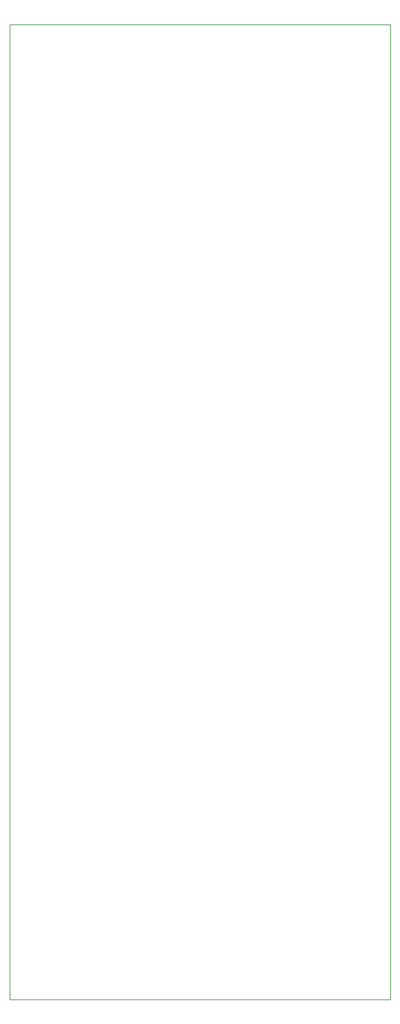
<source format=gtp>
G04 #@! TF.GenerationSoftware,KiCad,Pcbnew,(6.0.6)*
G04 #@! TF.CreationDate,2022-10-26T13:57:36+02:00*
G04 #@! TF.ProjectId,MS20-VCF,4d533230-2d56-4434-962e-6b696361645f,rev?*
G04 #@! TF.SameCoordinates,Original*
G04 #@! TF.FileFunction,Paste,Top*
G04 #@! TF.FilePolarity,Positive*
%FSLAX46Y46*%
G04 Gerber Fmt 4.6, Leading zero omitted, Abs format (unit mm)*
G04 Created by KiCad (PCBNEW (6.0.6)) date 2022-10-26 13:57:36*
%MOMM*%
%LPD*%
G01*
G04 APERTURE LIST*
G04 #@! TA.AperFunction,Profile*
%ADD10C,0.050000*%
G04 #@! TD*
G04 APERTURE END LIST*
D10*
X153000000Y-27500000D02*
X153000000Y-155500000D01*
X103000000Y-27500000D02*
X102999999Y-155500000D01*
X153000000Y-155500000D02*
X102999999Y-155500000D01*
X103000000Y-27500000D02*
X153000000Y-27500000D01*
M02*

</source>
